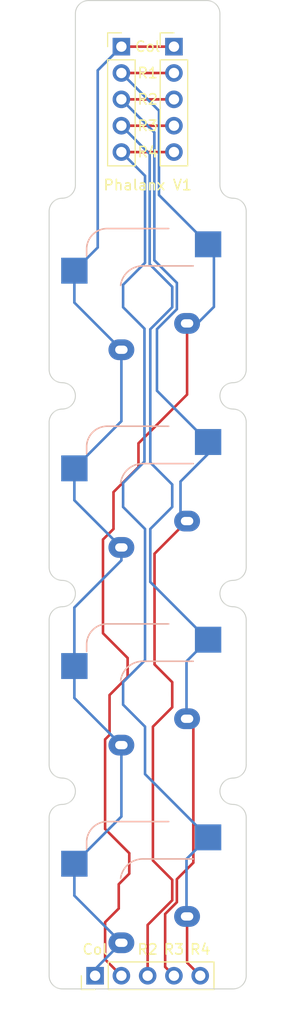
<source format=kicad_pcb>
(kicad_pcb (version 20211014) (generator pcbnew)
  (layers (0 "F.Cu" signal) (31 "B.Cu" signal) (34 "B.Paste" user) (35 "F.Paste" user) (36 "B.SilkS" user "B.Silkscreen") (37 "F.SilkS" user "F.Silkscreen") (38 "B.Mask" user) (39 "F.Mask" user) (44 "Edge.Cuts" user))
  (net 0 "")
  (net 1 "Row1")
  (net 2 "Col1")
  (net 3 "Row2")
  (net 4 "Row3")
  (net 5 "Row4")
  (footprint "Connector_PinHeader_2.54mm:PinHeader_1x05_P2.54mm_Vertical" (layer "F.Cu") (at 104.14 54.61)
    (fp_text reference "J1")
    (fp_text value "Conn_01x05")
    (fp_line (start -1.33 -1.33) (end 0 -1.33) (layer "F.SilkS") (width 0.12))
    (fp_line (start -1.33 1.27) (end -1.33 11.49) (layer "F.SilkS") (width 0.12))
    (fp_line (start -1.33 11.49) (end 1.33 11.49) (layer "F.SilkS") (width 0.12))
    (fp_line (start -1.33 0) (end -1.33 -1.33) (layer "F.SilkS") (width 0.12))
    (fp_line (start -1.33 1.27) (end 1.33 1.27) (layer "F.SilkS") (width 0.12))
    (fp_line (start 1.33 1.27) (end 1.33 11.49) (layer "F.SilkS") (width 0.12))
    (pad "1" thru_hole rect (at 0 0) (size 1.7 1.7) (drill 1) (layers *.Cu *.Mask) (net 2 "Col1"))
    (pad "2" thru_hole oval (at 0 2.54) (size 1.7 1.7) (drill 1) (layers *.Cu *.Mask) (net 1 "Row1"))
    (pad "3" thru_hole oval (at 0 5.08) (size 1.7 1.7) (drill 1) (layers *.Cu *.Mask) (net 3 "Row2"))
    (pad "4" thru_hole oval (at 0 7.62) (size 1.7 1.7) (drill 1) (layers *.Cu *.Mask) (net 4 "Row3"))
    (pad "5" thru_hole oval (at 0 10.16) (size 1.7 1.7) (drill 1) (layers *.Cu *.Mask) (net 5 "Row4"))
  )
  (footprint "Keyboard_JSA:CherryMX_Hotswap" (layer "F.Cu") (at 101.6 116.84)
    (fp_text reference "SW3" hide)
    (fp_text value "SW_Push" hide)
    (fp_line (start -5.9 -4.7) (end -5.9 -3.95) (layer "B.SilkS") (width 0.15))
    (fp_line (start 2.032 -6.6) (end -3.800001 -6.6) (layer "B.SilkS") (width 0.15))
    (fp_line (start -0.4 -3) (end 4.4 -3) (layer "B.SilkS") (width 0.15))
    (fp_arc (start -2.616318 -1.121471) (mid -1.868709 -2.486118) (end -0.4 -3) (layer "B.SilkS") (width 0.15))
    (fp_arc (start -5.9 -4.699999) (mid -5.243504 -6.084924) (end -3.800001 -6.6) (layer "B.SilkS") (width 0.15))
    (pad "" np_thru_hole circle (at -5.08 0) (size 1.9 1.9) (drill 1.9) (layers *.Cu *.Mask))
    (pad "" np_thru_hole circle (at 2.54 -5.08) (size 3 3) (drill 3) (layers *.Cu *.Mask))
    (pad "" np_thru_hole circle (at 0 0) (size 4 4) (drill 4) (layers F&B.Cu *.Mask))
    (pad "" np_thru_hole circle (at 5.08 0) (size 1.9 1.9) (drill 1.9) (layers *.Cu *.Mask))
    (pad "" np_thru_hole circle (at -3.81 -2.54) (size 3 3) (drill 3) (layers *.Cu *.Mask))
    (pad "1" thru_hole oval (at -2.54 5.08 180) (size 2.5 2) (drill oval 1.2 0.8) (layers *.Cu *.Mask) (net 2 "Col1"))
    (pad "1" smd rect (at -7.085 -2.54 180) (size 2.55 2.5) (layers "B.Cu" "B.Paste" "B.Mask") (net 2 "Col1"))
    (pad "2" thru_hole oval (at 3.81 2.54 180) (size 2.5 2) (drill oval 1.2 0.8) (layers *.Cu *.Mask) (net 4 "Row3"))
    (pad "2" smd rect (at 5.842 -5.08 180) (size 2.55 2.5) (layers "B.Cu" "B.Paste" "B.Mask") (net 4 "Row3"))
  )
  (footprint "Keyboard_JSA:CherryMX_Hotswap" (layer "F.Cu") (at 101.6 135.89)
    (fp_text reference "SW4" hide)
    (fp_text value "SW_Push" hide)
    (fp_line (start -0.4 -3) (end 4.4 -3) (layer "B.SilkS") (width 0.15))
    (fp_line (start 2.032 -6.6) (end -3.800001 -6.6) (layer "B.SilkS") (width 0.15))
    (fp_line (start -5.9 -4.7) (end -5.9 -3.95) (layer "B.SilkS") (width 0.15))
    (fp_arc (start -2.616318 -1.121471) (mid -1.868709 -2.486118) (end -0.4 -3) (layer "B.SilkS") (width 0.15))
    (fp_arc (start -5.9 -4.699999) (mid -5.243504 -6.084924) (end -3.800001 -6.6) (layer "B.SilkS") (width 0.15))
    (pad "" np_thru_hole circle (at 0 0) (size 4 4) (drill 4) (layers F&B.Cu *.Mask))
    (pad "" np_thru_hole circle (at -3.81 -2.54) (size 3 3) (drill 3) (layers *.Cu *.Mask))
    (pad "" np_thru_hole circle (at -5.08 0) (size 1.9 1.9) (drill 1.9) (layers *.Cu *.Mask))
    (pad "" np_thru_hole circle (at 2.54 -5.08) (size 3 3) (drill 3) (layers *.Cu *.Mask))
    (pad "" np_thru_hole circle (at 5.08 0) (size 1.9 1.9) (drill 1.9) (layers *.Cu *.Mask))
    (pad "1" smd rect (at -7.085 -2.54 180) (size 2.55 2.5) (layers "B.Cu" "B.Paste" "B.Mask") (net 2 "Col1"))
    (pad "1" thru_hole oval (at -2.54 5.08 180) (size 2.5 2) (drill oval 1.2 0.8) (layers *.Cu *.Mask) (net 2 "Col1"))
    (pad "2" smd rect (at 5.842 -5.08 180) (size 2.55 2.5) (layers "B.Cu" "B.Paste" "B.Mask") (net 5 "Row4"))
    (pad "2" thru_hole oval (at 3.81 2.54 180) (size 2.5 2) (drill oval 1.2 0.8) (layers *.Cu *.Mask) (net 5 "Row4"))
  )
  (footprint "Keyboard_JSA:CherryMX_Hotswap" (layer "F.Cu") (at 101.6 97.79)
    (fp_text reference "SW2" hide)
    (fp_text value "SW_Push" hide)
    (fp_line (start 2.032 -6.6) (end -3.800001 -6.6) (layer "B.SilkS") (width 0.15))
    (fp_line (start -5.9 -4.7) (end -5.9 -3.95) (layer "B.SilkS") (width 0.15))
    (fp_line (start -0.4 -3) (end 4.4 -3) (layer "B.SilkS") (width 0.15))
    (fp_arc (start -2.616318 -1.121471) (mid -1.868709 -2.486118) (end -0.4 -3) (layer "B.SilkS") (width 0.15))
    (fp_arc (start -5.9 -4.699999) (mid -5.243504 -6.084924) (end -3.800001 -6.6) (layer "B.SilkS") (width 0.15))
    (pad "" np_thru_hole circle (at -5.08 0) (size 1.9 1.9) (drill 1.9) (layers *.Cu *.Mask))
    (pad "" np_thru_hole circle (at 5.08 0) (size 1.9 1.9) (drill 1.9) (layers *.Cu *.Mask))
    (pad "" np_thru_hole circle (at 0 0) (size 4 4) (drill 4) (layers F&B.Cu *.Mask))
    (pad "" np_thru_hole circle (at -3.81 -2.54) (size 3 3) (drill 3) (layers *.Cu *.Mask))
    (pad "" np_thru_hole circle (at 2.54 -5.08) (size 3 3) (drill 3) (layers *.Cu *.Mask))
    (pad "1" smd rect (at -7.085 -2.54 180) (size 2.55 2.5) (layers "B.Cu" "B.Paste" "B.Mask") (net 2 "Col1"))
    (pad "1" thru_hole oval (at -2.54 5.08 180) (size 2.5 2) (drill oval 1.2 0.8) (layers *.Cu *.Mask) (net 2 "Col1"))
    (pad "2" thru_hole oval (at 3.81 2.54 180) (size 2.5 2) (drill oval 1.2 0.8) (layers *.Cu *.Mask) (net 3 "Row2"))
    (pad "2" smd rect (at 5.842 -5.08 180) (size 2.55 2.5) (layers "B.Cu" "B.Paste" "B.Mask") (net 3 "Row2"))
  )
  (footprint "Connector_PinHeader_2.54mm:PinHeader_1x05_P2.54mm_Vertical" (layer "F.Cu") (at 99.06 54.61)
    (fp_text reference "J2")
    (fp_text value "Conn_01x05")
    (fp_line (start -1.33 1.27) (end 1.33 1.27) (layer "F.SilkS") (width 0.12))
    (fp_line (start -1.33 11.49) (end 1.33 11.49) (layer "F.SilkS") (width 0.12))
    (fp_line (start 1.33 1.27) (end 1.33 11.49) (layer "F.SilkS") (width 0.12))
    (fp_line (start -1.33 -1.33) (end 0 -1.33) (layer "F.SilkS") (width 0.12))
    (fp_line (start -1.33 1.27) (end -1.33 11.49) (layer "F.SilkS") (width 0.12))
    (fp_line (start -1.33 0) (end -1.33 -1.33) (layer "F.SilkS") (width 0.12))
    (pad "1" thru_hole rect (at 0 0) (size 1.7 1.7) (drill 1) (layers *.Cu *.Mask) (net 2 "Col1"))
    (pad "2" thru_hole oval (at 0 2.54) (size 1.7 1.7) (drill 1) (layers *.Cu *.Mask) (net 1 "Row1"))
    (pad "3" thru_hole oval (at 0 5.08) (size 1.7 1.7) (drill 1) (layers *.Cu *.Mask) (net 3 "Row2"))
    (pad "4" thru_hole oval (at 0 7.62) (size 1.7 1.7) (drill 1) (layers *.Cu *.Mask) (net 4 "Row3"))
    (pad "5" thru_hole oval (at 0 10.16) (size 1.7 1.7) (drill 1) (layers *.Cu *.Mask) (net 5 "Row4"))
  )
  (footprint "Connector_PinHeader_2.54mm:PinHeader_1x05_P2.54mm_Vertical" (layer "F.Cu") (at 96.52 144.145 90)
    (fp_text reference "J3")
    (fp_text value "Conn_01x05")
    (fp_line (start -1.33 1.27) (end -1.33 11.49) (layer "F.SilkS") (width 0.12))
    (fp_line (start -1.33 0) (end -1.33 -1.33) (layer "F.SilkS") (width 0.12))
    (fp_line (start -1.33 -1.33) (end 0 -1.33) (layer "F.SilkS") (width 0.12))
    (fp_line (start -1.33 1.27) (end 1.33 1.27) (layer "F.SilkS") (width 0.12))
    (fp_line (start -1.33 11.49) (end 1.33 11.49) (layer "F.SilkS") (width 0.12))
    (fp_line (start 1.33 1.27) (end 1.33 11.49) (layer "F.SilkS") (width 0.12))
    (pad "1" thru_hole rect (at 0 0 90) (size 1.7 1.7) (drill 1) (layers *.Cu *.Mask) (net 2 "Col1"))
    (pad "2" thru_hole oval (at 0 2.54 90) (size 1.7 1.7) (drill 1) (layers *.Cu *.Mask) (net 1 "Row1"))
    (pad "3" thru_hole oval (at 0 5.08 90) (size 1.7 1.7) (drill 1) (layers *.Cu *.Mask) (net 3 "Row2"))
    (pad "4" thru_hole oval (at 0 7.62 90) (size 1.7 1.7) (drill 1) (layers *.Cu *.Mask) (net 4 "Row3"))
    (pad "5" thru_hole oval (at 0 10.16 90) (size 1.7 1.7) (drill 1) (layers *.Cu *.Mask) (net 5 "Row4"))
  )
  (footprint "Keyboard_JSA:CherryMX_Hotswap" (layer "F.Cu") (at 101.6 78.74)
    (fp_text reference "SW1" hide)
    (fp_text value "SW_Push" hide)
    (fp_line (start -0.4 -3) (end 4.4 -3) (layer "B.SilkS") (width 0.15))
    (fp_line (start -5.9 -4.7) (end -5.9 -3.95) (layer "B.SilkS") (width 0.15))
    (fp_line (start 2.032 -6.6) (end -3.800001 -6.6) (layer "B.SilkS") (width 0.15))
    (fp_arc (start -5.9 -4.699999) (mid -5.243504 -6.084924) (end -3.800001 -6.6) (layer "B.SilkS") (width 0.15))
    (fp_arc (start -2.616318 -1.121471) (mid -1.868709 -2.486118) (end -0.4 -3) (layer "B.SilkS") (width 0.15))
    (pad "" np_thru_hole circle (at -5.08 0) (size 1.9 1.9) (drill 1.9) (layers *.Cu *.Mask))
    (pad "" np_thru_hole circle (at 0 0) (size 4 4) (drill 4) (layers F&B.Cu *.Mask))
    (pad "" np_thru_hole circle (at -3.81 -2.54) (size 3 3) (drill 3) (layers *.Cu *.Mask))
    (pad "" np_thru_hole circle (at 5.08 0) (size 1.9 1.9) (drill 1.9) (layers *.Cu *.Mask))
    (pad "" np_thru_hole circle (at 2.54 -5.08) (size 3 3) (drill 3) (layers *.Cu *.Mask))
    (pad "1" thru_hole oval (at -2.54 5.08 180) (size 2.5 2) (drill oval 1.2 0.8) (layers *.Cu *.Mask) (net 2 "Col1"))
    (pad "1" smd rect (at -7.085 -2.54 180) (size 2.55 2.5) (layers "B.Cu" "B.Paste" "B.Mask") (net 2 "Col1"))
    (pad "2" smd rect (at 5.842 -5.08 180) (size 2.55 2.5) (layers "B.Cu" "B.Paste" "B.Mask") (net 1 "Row1"))
    (pad "2" thru_hole oval (at 3.81 2.54 180) (size 2.5 2) (drill oval 1.2 0.8) (layers *.Cu *.Mask) (net 1 "Row1"))
  )
  (gr_arc (start 109.855 108.585) (mid 110.753026 108.956974) (end 111.125 109.855) (layer "Edge.Cuts") (width 0.1))
  (gr_arc (start 93.345 125.095) (mid 94.615 126.365) (end 93.345 127.635) (layer "Edge.Cuts") (width 0.1))
  (gr_arc (start 93.345 145.415) (mid 92.446974 145.043026) (end 92.075 144.145) (layer "Edge.Cuts") (width 0.1))
  (gr_arc (start 109.855 108.585) (mid 108.585 107.315) (end 109.855 106.045) (layer "Edge.Cuts") (width 0.1))
  (gr_arc (start 109.855 69.215) (mid 110.753026 69.586974) (end 111.125 70.485) (layer "Edge.Cuts") (width 0.1))
  (gr_arc (start 92.075 109.855) (mid 92.446974 108.956974) (end 93.345 108.585) (layer "Edge.Cuts") (width 0.1))
  (gr_arc (start 92.075 90.805) (mid 92.446974 89.906974) (end 93.345 89.535) (layer "Edge.Cuts") (width 0.1))
  (gr_arc (start 109.855 69.215) (mid 108.956974 68.843026) (end 108.585 67.945) (layer "Edge.Cuts") (width 0.1))
  (gr_line (start 107.315 50.165) (end 95.885 50.165) (layer "Edge.Cuts") (width 0.1))
  (gr_arc (start 93.345 86.995) (mid 92.446974 86.623026) (end 92.075 85.725) (layer "Edge.Cuts") (width 0.1))
  (gr_arc (start 111.125 85.725) (mid 110.753026 86.623026) (end 109.855 86.995) (layer "Edge.Cuts") (width 0.1))
  (gr_arc (start 93.345 125.095) (mid 92.446974 124.723026) (end 92.075 123.825) (layer "Edge.Cuts") (width 0.1))
  (gr_arc (start 111.125 104.775) (mid 110.753026 105.673026) (end 109.855 106.045) (layer "Edge.Cuts") (width 0.1))
  (gr_line (start 111.125 123.825) (end 111.125 109.855) (layer "Edge.Cuts") (width 0.1))
  (gr_line (start 111.125 85.725) (end 111.125 70.485) (layer "Edge.Cuts") (width 0.1))
  (gr_line (start 111.125 104.775) (end 111.125 90.805) (layer "Edge.Cuts") (width 0.1))
  (gr_line (start 111.125 144.145) (end 111.125 128.905) (layer "Edge.Cuts") (width 0.1))
  (gr_arc (start 109.855 127.635) (mid 108.585 126.365) (end 109.855 125.095) (layer "Edge.Cuts") (width 0.1))
  (gr_arc (start 93.345 106.045) (mid 94.615 107.315) (end 93.345 108.585) (layer "Edge.Cuts") (width 0.1))
  (gr_arc (start 109.855 89.535) (mid 110.753026 89.906974) (end 111.125 90.805) (layer "Edge.Cuts") (width 0.1))
  (gr_arc (start 107.315 50.165) (mid 108.213026 50.536974) (end 108.585 51.435) (layer "Edge.Cuts") (width 0.1))
  (gr_arc (start 94.615 51.435) (mid 94.986974 50.536974) (end 95.885 50.165) (layer "Edge.Cuts") (width 0.1))
  (gr_line (start 92.075 90.805) (end 92.075 104.775) (layer "Edge.Cuts") (width 0.1))
  (gr_line (start 92.075 109.855) (end 92.075 123.825) (layer "Edge.Cuts") (width 0.1))
  (gr_line (start 92.075 128.905) (end 92.075 144.145) (layer "Edge.Cuts") (width 0.1))
  (gr_line (start 92.075 70.485) (end 92.075 85.725) (layer "Edge.Cuts") (width 0.1))
  (gr_arc (start 92.075 70.485) (mid 92.446974 69.586974) (end 93.345 69.215) (layer "Edge.Cuts") (width 0.1))
  (gr_arc (start 92.075 128.905) (mid 92.446974 128.006974) (end 93.345 127.635) (layer "Edge.Cuts") (width 0.1))
  (gr_arc (start 111.125 144.145) (mid 110.753026 145.043026) (end 109.855 145.415) (layer "Edge.Cuts") (width 0.1))
  (gr_arc (start 94.615 67.945) (mid 94.243026 68.843026) (end 93.345 69.215) (layer "Edge.Cuts") (width 0.1))
  (gr_arc (start 109.855 127.635) (mid 110.753026 128.006974) (end 111.125 128.905) (layer "Edge.Cuts") (width 0.1))
  (gr_line (start 93.345 145.415) (end 109.855 145.415) (layer "Edge.Cuts") (width 0.1))
  (gr_arc (start 93.345 106.045) (mid 92.446974 105.673026) (end 92.075 104.775) (layer "Edge.Cuts") (width 0.1))
  (gr_arc (start 111.125 123.825) (mid 110.753026 124.723026) (end 109.855 125.095) (layer "Edge.Cuts") (width 0.1))
  (gr_arc (start 109.855 89.535) (mid 108.585 88.265) (end 109.855 86.995) (layer "Edge.Cuts") (width 0.1))
  (gr_line (start 94.615 51.435) (end 94.615 67.945) (layer "Edge.Cuts") (width 0.1))
  (gr_arc (start 93.345 86.995) (mid 94.615 88.265) (end 93.345 89.535) (layer "Edge.Cuts") (width 0.1))
  (gr_line (start 108.585 67.945) (end 108.585 51.435) (layer "Edge.Cuts") (width 0.1))
  (gr_text "R1" (at 101.6 57.15) (layer "F.SilkS") (effects (font (size 1 1))))
  (gr_text "Phalanx V1" (at 101.6 67.945) (layer "F.SilkS") (effects (font (size 1 1))))
  (gr_text "R2" (at 101.6 59.69) (layer "F.SilkS") (effects (font (size 1 1))))
  (gr_text "R3" (at 101.6 62.23) (layer "F.SilkS") (effects (font (size 1 1))))
  (gr_text "Col" (at 101.6 54.61) (layer "F.SilkS") (effects (font (size 1 1))))
  (gr_text "R2" (at 101.6 141.605) (layer "F.SilkS") (effects (font (size 1 1))))
  (gr_text "R4" (at 101.6 64.77) (layer "F.SilkS") (effects (font (size 1 1))))
  (gr_text "Col" (at 96.52 141.605) (layer "F.SilkS") (effects (font (size 1 1))))
  (gr_text "R3" (at 104.14 141.605) (layer "F.SilkS") (effects (font (size 1 1))))
  (gr_text "R4" (at 106.68 141.605) (layer "F.SilkS") (effects (font (size 1 1))))
  (segment (start 98.298 97.536) (end 98.298 101.092) (width 0.25) (layer "F.Cu") (net 1))
  (segment (start 97.48548 138.98852) (end 97.48548 142.57048) (width 0.25) (layer "F.Cu") (net 1))
  (segment (start 99.822 134.309919) (end 98.806 135.325919) (width 0.25) (layer "F.Cu") (net 1))
  (segment (start 105.41 88.138) (end 100.711 92.837) (width 0.25) (layer "F.Cu") (net 1))
  (segment (start 100.711 92.837) (end 100.711 95.123) (width 0.25) (layer "F.Cu") (net 1))
  (segment (start 99.664521 115.346479) (end 97.917 117.094) (width 0.25) (layer "F.Cu") (net 1))
  (segment (start 99.664521 113.523547) (end 99.664521 115.346479) (width 0.25) (layer "F.Cu") (net 1))
  (segment (start 97.917 117.094) (end 97.917 120.939846) (width 0.25) (layer "F.Cu") (net 1))
  (segment (start 100.711 95.123) (end 98.298 97.536) (width 0.25) (layer "F.Cu") (net 1))
  (segment (start 98.806 135.325919) (end 98.806 137.668) (width 0.25) (layer "F.Cu") (net 1))
  (segment (start 97.282 111.141026) (end 99.664521 113.523547) (width 0.25) (layer "F.Cu") (net 1))
  (segment (start 97.48548 129.99748) (end 99.822 132.334) (width 0.25) (layer "F.Cu") (net 1))
  (segment (start 98.806 137.668) (end 97.48548 138.98852) (width 0.25) (layer "F.Cu") (net 1))
  (segment (start 98.298 101.092) (end 97.282 102.108) (width 0.25) (layer "F.Cu") (net 1))
  (segment (start 105.41 81.28) (end 105.41 88.138) (width 0.25) (layer "F.Cu") (net 1))
  (segment (start 97.48548 142.57048) (end 99.06 144.145) (width 0.25) (layer "F.Cu") (net 1))
  (segment (start 104.14 57.15) (end 99.06 57.15) (width 0.25) (layer "F.Cu") (net 1))
  (segment (start 99.822 132.334) (end 99.822 134.309919) (width 0.25) (layer "F.Cu") (net 1))
  (segment (start 97.48548 121.371366) (end 97.48548 129.99748) (width 0.25) (layer "F.Cu") (net 1))
  (segment (start 97.917 120.939846) (end 97.48548 121.371366) (width 0.25) (layer "F.Cu") (net 1))
  (segment (start 97.282 102.108) (end 97.282 111.141026) (width 0.25) (layer "F.Cu") (net 1))
  (segment (start 107.442 73.66) (end 108.004521 74.222521) (width 0.25) (layer "B.Cu") (net 1))
  (segment (start 106.41 81.28) (end 105.41 81.28) (width 0.25) (layer "B.Cu") (net 1))
  (segment (start 108.004521 74.222521) (end 108.004521 79.685479) (width 0.25) (layer "B.Cu") (net 1))
  (segment (start 108.004521 79.685479) (end 106.41 81.28) (width 0.25) (layer "B.Cu") (net 1))
  (segment (start 102.694532 60.784532) (end 102.694532 68.912532) (width 0.25) (layer "B.Cu") (net 1))
  (segment (start 99.06 57.15) (end 102.694532 60.784532) (width 0.25) (layer "B.Cu") (net 1))
  (segment (start 102.694532 68.912532) (end 107.442 73.66) (width 0.25) (layer "B.Cu") (net 1))
  (segment (start 99.06 54.61) (end 104.14 54.61) (width 0.25) (layer "F.Cu") (net 2))
  (segment (start 99.06 104.12) (end 94.515 108.665) (width 0.25) (layer "B.Cu") (net 2))
  (segment (start 99.06 140.97) (end 96.52 143.51) (width 0.25) (layer "B.Cu") (net 2))
  (segment (start 96.774 56.896) (end 96.774 73.966) (width 0.25) (layer "B.Cu") (net 2))
  (segment (start 94.515 114.3) (end 94.515 117.375) (width 0.25) (layer "B.Cu") (net 2))
  (segment (start 94.515 76.2) (end 94.515 79.275) (width 0.25) (layer "B.Cu") (net 2))
  (segment (start 94.515 79.275) (end 99.06 83.82) (width 0.25) (layer "B.Cu") (net 2))
  (segment (start 94.515 136.425) (end 99.06 140.97) (width 0.25) (layer "B.Cu") (net 2))
  (segment (start 96.52 143.51) (end 96.52 144.145) (width 0.25) (layer "B.Cu") (net 2))
  (segment (start 99.06 90.705) (end 94.515 95.25) (width 0.25) (layer "B.Cu") (net 2))
  (segment (start 99.06 121.92) (end 99.06 128.805) (width 0.25) (layer "B.Cu") (net 2))
  (segment (start 94.515 133.35) (end 94.515 136.425) (width 0.25) (layer "B.Cu") (net 2))
  (segment (start 94.515 95.25) (end 94.515 98.325) (width 0.25) (layer "B.Cu") (net 2))
  (segment (start 96.774 73.966) (end 94.54 76.2) (width 0.25) (layer "B.Cu") (net 2))
  (segment (start 94.515 117.375) (end 99.06 121.92) (width 0.25) (layer "B.Cu") (net 2))
  (segment (start 99.06 128.805) (end 94.515 133.35) (width 0.25) (layer "B.Cu") (net 2))
  (segment (start 99.06 83.82) (end 99.06 90.705) (width 0.25) (layer "B.Cu") (net 2))
  (segment (start 94.54 76.2) (end 94.515 76.2) (width 0.25) (layer "B.Cu") (net 2))
  (segment (start 99.06 102.87) (end 99.06 104.12) (width 0.25) (layer "B.Cu") (net 2))
  (segment (start 94.515 98.325) (end 99.06 102.87) (width 0.25) (layer "B.Cu") (net 2))
  (segment (start 99.06 54.61) (end 96.774 56.896) (width 0.25) (layer "B.Cu") (net 2))
  (segment (start 94.515 108.665) (end 94.515 114.3) (width 0.25) (layer "B.Cu") (net 2))
  (segment (start 103.974521 118.275479) (end 102.108 120.142) (width 0.25) (layer "F.Cu") (net 3))
  (segment (start 103.974521 134.90644) (end 103.974521 136.87356) (width 0.25) (layer "F.Cu") (net 3))
  (segment (start 103.974521 136.87356) (end 101.6 139.248081) (width 0.25) (layer "F.Cu") (net 3))
  (segment (start 101.6 139.248081) (end 101.6 144.145) (width 0.25) (layer "F.Cu") (net 3))
  (segment (start 99.06 59.69) (end 104.14 59.69) (width 0.25) (layer "F.Cu") (net 3))
  (segment (start 102.265479 114.147398) (end 103.974521 115.85644) (width 0.25) (layer "F.Cu") (net 3))
  (segment (start 103.974521 115.85644) (end 103.974521 118.275479) (width 0.25) (layer "F.Cu") (net 3))
  (segment (start 105.41 100.33) (end 102.265479 103.474521) (width 0.25) (layer "F.Cu") (net 3))
  (segment (start 102.108 133.039919) (end 103.974521 134.90644) (width 0.25) (layer "F.Cu") (net 3))
  (segment (start 102.108 120.142) (end 102.108 133.039919) (width 0.25) (layer "F.Cu") (net 3))
  (segment (start 102.265479 103.474521) (end 102.265479 114.147398) (width 0.25) (layer "F.Cu") (net 3))
  (segment (start 102.245022 62.875022) (end 102.245022 75.194022) (width 0.25) (layer "B.Cu") (net 3))
  (segment (start 107.442 93.853) (end 104.775 96.52) (width 0.25) (layer "B.Cu") (net 3))
  (segment (start 99.06 59.69) (end 102.245022 62.875022) (width 0.25) (layer "B.Cu") (net 3))
  (segment (start 104.424031 77.373031) (end 104.424031 79.909754) (width 0.25) (layer "B.Cu") (net 3))
  (segment (start 102.499021 81.834764) (end 102.499021 87.767021) (width 0.25) (layer "B.Cu") (net 3))
  (segment (start 102.245022 75.194022) (end 104.424031 77.373031) (width 0.25) (layer "B.Cu") (net 3))
  (segment (start 104.775 99.695) (end 105.41 100.33) (width 0.25) (layer "B.Cu") (net 3))
  (segment (start 104.424031 79.909754) (end 102.499021 81.834764) (width 0.25) (layer "B.Cu") (net 3))
  (segment (start 102.499021 87.767021) (end 107.442 92.71) (width 0.25) (layer "B.Cu") (net 3))
  (segment (start 107.442 92.71) (end 107.442 93.853) (width 0.25) (layer "B.Cu") (net 3))
  (segment (start 104.775 96.52) (end 104.775 99.695) (width 0.25) (layer "B.Cu") (net 3))
  (segment (start 106.014521 119.984521) (end 106.014521 133.253479) (width 0.25) (layer "F.Cu") (net 4))
  (segment (start 105.41 119.38) (end 106.014521 119.984521) (width 0.25) (layer "F.Cu") (net 4))
  (segment (start 104.424031 134.843969) (end 104.424031 137.059754) (width 0.25) (layer "F.Cu") (net 4))
  (segment (start 103.29 138.193785) (end 103.29 143.295) (width 0.25) (layer "F.Cu") (net 4))
  (segment (start 106.014521 133.253479) (end 104.424031 134.843969) (width 0.25) (layer "F.Cu") (net 4))
  (segment (start 103.29 143.295) (end 104.14 144.145) (width 0.25) (layer "F.Cu") (net 4))
  (segment (start 104.424031 137.059754) (end 103.29 138.193785) (width 0.25) (layer "F.Cu") (net 4))
  (segment (start 104.14 62.23) (end 99.06 62.23) (width 0.25) (layer "F.Cu") (net 4))
  (segment (start 107.442 111.76) (end 105.355479 113.846521) (width 0.25) (layer "B.Cu") (net 4))
  (segment (start 101.795511 64.965511) (end 101.795511 75.57743) (width 0.25) (layer "B.Cu") (net 4))
  (segment (start 105.355479 113.846521) (end 105.355479 119.325479) (width 0.25) (layer "B.Cu") (net 4))
  (segment (start 101.854 81.844081) (end 101.854 94.685919) (width 0.25) (layer "B.Cu") (net 4))
  (segment (start 101.795511 75.57743) (end 103.974521 77.75644) (width 0.25) (layer "B.Cu") (net 4))
  (segment (start 103.974521 96.80644) (end 103.974521 98.971479) (width 0.25) (layer "B.Cu") (net 4))
  (segment (start 103.974521 77.75644) (end 103.974521 79.72356) (width 0.25) (layer "B.Cu") (net 4))
  (segment (start 103.974521 79.72356) (end 101.854 81.844081) (width 0.25) (layer "B.Cu") (net 4))
  (segment (start 103.974521 98.971479) (end 101.854 101.092) (width 0.25) (layer "B.Cu") (net 4))
  (segment (start 107.417 111.76) (end 107.442 111.76) (width 0.25) (layer "B.Cu") (net 4))
  (segment (start 101.854 94.685919) (end 103.974521 96.80644) (width 0.25) (layer "B.Cu") (net 4))
  (segment (start 101.854 101.092) (end 101.854 106.197) (width 0.25) (layer "B.Cu") (net 4))
  (segment (start 105.355479 119.325479) (end 105.41 119.38) (width 0.25) (layer "B.Cu") (net 4))
  (segment (start 99.06 62.23) (end 101.795511 64.965511) (width 0.25) (layer "B.Cu") (net 4))
  (segment (start 101.854 106.197) (end 107.417 111.76) (width 0.25) (layer "B.Cu") (net 4))
  (segment (start 105.41 142.875) (end 106.68 144.145) (width 0.25) (layer "F.Cu") (net 5))
  (segment (start 99.06 64.77) (end 104.14 64.77) (width 0.25) (layer "F.Cu") (net 5))
  (segment (start 105.41 138.43) (end 105.41 142.875) (width 0.25) (layer "F.Cu") (net 5))
  (segment (start 101.346 124.714) (end 107.442 130.81) (width 0.25) (layer "B.Cu") (net 5))
  (segment (start 99.225479 77.558521) (end 99.225479 79.72356) (width 0.25) (layer "B.Cu") (net 5))
  (segment (start 101.346 101.092) (end 101.346 113.735919) (width 0.25) (layer "B.Cu") (net 5))
  (segment (start 101.346 67.056) (end 101.346 75.438) (width 0.25) (layer "B.Cu") (net 5))
  (segment (start 101.289919 94.599568) (end 99.225479 96.664008) (width 0.25) (layer "B.Cu") (net 5))
  (segment (start 99.225479 98.971479) (end 101.346 101.092) (width 0.25) (layer "B.Cu") (net 5))
  (segment (start 99.225479 96.664008) (end 99.225479 98.971479) (width 0.25) (layer "B.Cu") (net 5))
  (segment (start 101.289919 81.788) (end 101.289919 94.599568) (width 0.25) (layer "B.Cu") (net 5))
  (segment (start 105.355479 132.896521) (end 105.355479 138.375479) (width 0.25) (layer "B.Cu") (net 5))
  (segment (start 99.225479 79.72356) (end 101.289919 81.788) (width 0.25) (layer "B.Cu") (net 5))
  (segment (start 99.225479 115.85644) (end 99.225479 118.021479) (width 0.25) (layer "B.Cu") (net 5))
  (segment (start 107.442 130.81) (end 105.355479 132.896521) (width 0.25) (layer "B.Cu") (net 5))
  (segment (start 99.225479 118.021479) (end 101.346 120.142) (width 0.25) (layer "B.Cu") (net 5))
  (segment (start 101.346 75.438) (end 99.225479 77.558521) (width 0.25) (layer "B.Cu") (net 5))
  (segment (start 99.06 64.77) (end 101.346 67.056) (width 0.25) (layer "B.Cu") (net 5))
  (segment (start 101.346 113.735919) (end 99.225479 115.85644) (width 0.25) (layer "B.Cu") (net 5))
  (segment (start 101.346 120.142) (end 101.346 124.714) (width 0.25) (layer "B.Cu") (net 5))
  (segment (start 105.355479 138.375479) (end 105.41 138.43) (width 0.25) (layer "B.Cu") (net 5))
)
</source>
